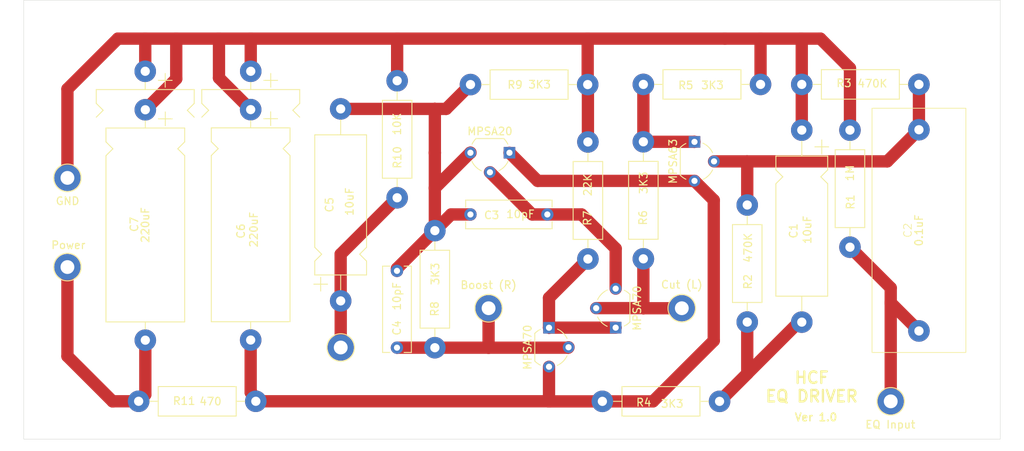
<source format=kicad_pcb>
(kicad_pcb (version 20241229) (generator "pcbnew") (generator_version "9.0")
  (layers (0 "F.Cu" signal) (2 "B.Cu" signal) (13 "F.Paste" user) (15 "B.Paste" user) (5 "F.SilkS" user "F.Silkscreen") (7 "B.SilkS" user "B.Silkscreen") (1 "F.Mask" user) (3 "B.Mask" user) (25 "Edge.Cuts" user))
  (net 0 "")
  (net 1 "Net-(C1-Pad2)")
  (net 2 "GND")
  (net 3 "Net-(C2-Pad1)")
  (net 4 "Net-(Q1-B)")
  (net 5 "Net-(Q2-C)")
  (net 6 "Net-(Q4-C)")
  (net 7 "Net-(Q3-B)")
  (net 8 "Net-(C5-Pad1)")
  (net 9 "Net-(Q1-C)")
  (net 10 "Net-(C7-Pad2)")
  (net 11 "Net-(Q1-E)")
  (net 12 "Net-(Q2-B)")
  (net 13 "Net-(Q2-E)")
  (footprint "HiroFootprints:Out_Hole_3.4_1.8" (layer "F.Cu") (at 83.43 100.12)
    (property "Reference" "TP5" (hide yes))
    (property "Value" "Power" (at 0.12 -2.86 0) (layer "F.SilkS"))
    (fp_circle (center 0 0) (end 1.8 0) (stroke (width 0.12)) (fill no) (layer "F.SilkS"))
    (pad "1" thru_hole circle (at 0 0) (size 3.4 3.4) (drill 1.8) (layers "*.Cu" "*.Mask") (net 10 "Net-(C7-Pad2)"))
  )
  (footprint "Capacitor_THT:CP_Axial_L30.0mm_D12.5mm_P35.00mm_Horizontal" (layer "F.Cu") (at 107.27 74.63 -90)
    (property "Reference" "REF**" (hide yes))
    (property "Value" "CP_Axial_L30.0mm_D12.5mm_P35.00mm_Horizontal" (hide yes))
    (fp_line (start 2.38 6.37) (end 4.18 6.37) (stroke (width 0.12)) (layer "F.SilkS"))
    (fp_line (start 4.18 6.37) (end 5.08 5.47) (stroke (width 0.12)) (layer "F.SilkS"))
    (fp_line (start 5.08 5.47) (end 5.98 6.37) (stroke (width 0.12)) (layer "F.SilkS"))
    (fp_line (start 1.44 0) (end 2.38 0) (stroke (width 0.12)) (layer "F.SilkS"))
    (fp_line (start 0.28 -2.6) (end 2.08 -2.6) (stroke (width 0.12)) (layer "F.SilkS"))
    (fp_line (start 1.18 -3.5) (end 1.18 -1.7) (stroke (width 0.12)) (layer "F.SilkS"))
    (fp_line (start 5.08 -5.47) (end 5.98 -6.37) (stroke (width 0.12)) (layer "F.SilkS"))
    (fp_line (start 2.38 -6.37) (end 2.38 6.37) (stroke (width 0.12)) (layer "F.SilkS"))
    (fp_line (start 2.38 -6.37) (end 4.18 -6.37) (stroke (width 0.12)) (layer "F.SilkS"))
    (fp_line (start 4.18 -6.37) (end 5.08 -5.47) (stroke (width 0.12)) (layer "F.SilkS"))
    (pad "1" thru_hole circle (at 0 0 270) (size 2.8 2.8) (drill 1.2) (layers "*.Cu" "*.Mask") (net 2 "GND"))
  )
  (footprint "HiroFootprints:Out_Hole_3.4_1.8" (layer "F.Cu") (at 190.5 117.605)
    (property "Reference" "TP1" (hide yes))
    (property "Value" "EQ Input" (at -0.05 3.025 0) (layer "F.SilkS"))
    (fp_circle (center 0 0) (end 1.8 0) (stroke (width 0.12)) (fill no) (layer "F.SilkS"))
    (pad "1" thru_hole circle (at 0 0) (size 3.4 3.4) (drill 1.8) (layers "*.Cu" "*.Mask") (net 3 "Net-(C2-Pad1)"))
  )
  (footprint "Package_TO_SOT_THT:TO-92_Wide" (layer "F.Cu") (at 146.06 108.02 -90)
    (property "Reference" "Q3" (hide yes))
    (property "Value" "MPSA70" (at 2.54 2.79 90) (layer "F.SilkS"))
    (fp_line (start 0.74 1.85) (end 4.34 1.85) (stroke (width 0.12)) (layer "F.SilkS"))
    (fp_arc (start 0.74 1.85) (mid 0.446097 1.509328) (end 0.215816 1.122795) (stroke (width 0.12)) (layer "F.SilkS"))
    (fp_arc (start 4.864184 1.122795) (mid 4.633903 1.509328) (end 4.34 1.85) (stroke (width 0.12)) (layer "F.SilkS"))
    (fp_arc (start 0.172801 -1.103842) (mid 0.678995 -1.832692) (end 1.4 -2.35) (stroke (width 0.12)) (layer "F.SilkS"))
    (fp_arc (start 3.65 -2.35) (mid 4.382279 -1.833196) (end 4.895458 -1.098371) (stroke (width 0.12)) (layer "F.SilkS"))
    (pad "1" thru_hole rect (at 0 0 270) (size 1.5 1.5) (drill 0.8) (layers "*.Cu" "*.Mask") (net 13 "Net-(Q2-E)"))
    (pad "2" thru_hole circle (at 2.54 -2.54 270) (size 1.5 1.5) (drill 0.8) (layers "*.Cu" "*.Mask") (net 7 "Net-(Q3-B)"))
    (pad "3" thru_hole circle (at 5.08 0 270) (size 1.5 1.5) (drill 0.8) (layers "*.Cu" "*.Mask") (net 9 "Net-(Q1-C)"))
  )
  (footprint "MountingHole:MountingHole_4mm" (layer "F.Cu") (at 200.5 118.27)
    (property "Reference" "REF**" (hide yes))
    (property "Value" "MountingHole_4mm")
    (pad "" np_thru_hole circle (at 0 0) (size 4 4) (drill 4) (layers "*.Cu" "*.Mask"))
  )
  (footprint "Capacitor_THT:CP_Axial_L18.0mm_D6.5mm_P25.00mm_Horizontal" (layer "F.Cu") (at 118.9643 104.5272 90)
    (property "Reference" "C5" (at 12.51 -1.4575 90) (layer "F.SilkS"))
    (property "Value" "10uF" (at 12.93 1.1625 90) (layer "F.SilkS"))
    (fp_line (start 2.18 -3.5) (end 2.18 -1.7) (stroke (width 0.12)) (layer "F.SilkS"))
    (fp_line (start 21.62 -3.37) (end 21.62 3.37) (stroke (width 0.12)) (layer "F.SilkS"))
    (fp_line (start 6.98 -3.37) (end 21.62 -3.37) (stroke (width 0.12)) (layer "F.SilkS"))
    (fp_line (start 5.18 -3.37) (end 6.08 -2.47) (stroke (width 0.12)) (layer "F.SilkS"))
    (fp_line (start 3.38 -3.37) (end 5.18 -3.37) (stroke (width 0.12)) (layer "F.SilkS"))
    (fp_line (start 3.38 -3.37) (end 3.38 3.37) (stroke (width 0.12)) (layer "F.SilkS"))
    (fp_line (start 1.28 -2.6) (end 3.08 -2.6) (stroke (width 0.12)) (layer "F.SilkS"))
    (fp_line (start 6.08 -2.47) (end 6.98 -3.37) (stroke (width 0.12)) (layer "F.SilkS"))
    (fp_line (start 23.56 0) (end 21.62 0) (stroke (width 0.12)) (layer "F.SilkS"))
    (fp_line (start 1.44 0) (end 3.38 0) (stroke (width 0.12)) (layer "F.SilkS"))
    (fp_line (start 6.08 2.47) (end 6.98 3.37) (stroke (width 0.12)) (layer "F.SilkS"))
    (fp_line (start 6.98 3.37) (end 21.62 3.37) (stroke (width 0.12)) (layer "F.SilkS"))
    (fp_line (start 5.18 3.37) (end 6.08 2.47) (stroke (width 0.12)) (layer "F.SilkS"))
    (fp_line (start 3.38 3.37) (end 5.18 3.37) (stroke (width 0.12)) (layer "F.SilkS"))
    (pad "1" thru_hole circle (at 0 0 90) (size 2.8 2.8) (drill 1.2) (layers "*.Cu" "*.Mask") (net 8 "Net-(C5-Pad1)"))
    (pad "2" thru_hole circle (at 25 0 90) (size 2.8 2.8) (drill 1.2) (layers "*.Cu" "*.Mask") (net 6 "Net-(Q4-C)"))
  )
  (footprint "Capacitor_THT:CP_Axial_L18.0mm_D6.5mm_P25.00mm_Horizontal" (layer "F.Cu") (at 178.9325 82.29 -90)
    (property "Reference" "C1" (at 13.12 1.0725 90) (layer "F.SilkS"))
    (property "Value" "10uF" (at 12.97 -0.7275 90) (layer "F.SilkS"))
    (fp_line (start 3.38 3.37) (end 5.18 3.37) (stroke (width 0.12)) (layer "F.SilkS"))
    (fp_line (start 5.18 3.37) (end 6.08 2.47) (stroke (width 0.12)) (layer "F.SilkS"))
    (fp_line (start 6.98 3.37) (end 21.62 3.37) (stroke (width 0.12)) (layer "F.SilkS"))
    (fp_line (start 6.08 2.47) (end 6.98 3.37) (stroke (width 0.12)) (layer "F.SilkS"))
    (fp_line (start 1.44 0) (end 3.38 0) (stroke (width 0.12)) (layer "F.SilkS"))
    (fp_line (start 23.56 0) (end 21.62 0) (stroke (width 0.12)) (layer "F.SilkS"))
    (fp_line (start 6.08 -2.47) (end 6.98 -3.37) (stroke (width 0.12)) (layer "F.SilkS"))
    (fp_line (start 1.28 -2.6) (end 3.08 -2.6) (stroke (width 0.12)) (layer "F.SilkS"))
    (fp_line (start 3.38 -3.37) (end 3.38 3.37) (stroke (width 0.12)) (layer "F.SilkS"))
    (fp_line (start 3.38 -3.37) (end 5.18 -3.37) (stroke (width 0.12)) (layer "F.SilkS"))
    (fp_line (start 5.18 -3.37) (end 6.08 -2.47) (stroke (width 0.12)) (layer "F.SilkS"))
    (fp_line (start 6.98 -3.37) (end 21.62 -3.37) (stroke (width 0.12)) (layer "F.SilkS"))
    (fp_line (start 21.62 -3.37) (end 21.62 3.37) (stroke (width 0.12)) (layer "F.SilkS"))
    (fp_line (start 2.18 -3.5) (end 2.18 -1.7) (stroke (width 0.12)) (layer "F.SilkS"))
    (pad "1" thru_hole circle (at 0 0 270) (size 2.8 2.8) (drill 1.2) (layers "*.Cu" "*.Mask") (net 2 "GND"))
    (pad "2" thru_hole circle (at 25 0 270) (size 2.8 2.8) (drill 1.2) (layers "*.Cu" "*.Mask") (net 1 "Net-(C1-Pad2)"))
  )
  (footprint "Resistor_THT:R_Axial_DIN0411_L9.9mm_D3.6mm_P15.24mm_Horizontal" (layer "F.Cu") (at 158.33 76.34)
    (property "Reference" "R5" (at 5.52 0.12 0) (layer "F.SilkS"))
    (property "Value" "3K3" (at 8.99 0.11 0) (layer "F.SilkS"))
    (fp_line (start 1.44 0) (end 2.55 0) (stroke (width 0.12)) (layer "F.SilkS"))
    (fp_line (start 2.55 -1.92) (end 2.55 1.92) (stroke (width 0.12)) (layer "F.SilkS"))
    (fp_line (start 2.55 1.92) (end 12.69 1.92) (stroke (width 0.12)) (layer "F.SilkS"))
    (fp_line (start 12.69 -1.92) (end 2.55 -1.92) (stroke (width 0.12)) (layer "F.SilkS"))
    (fp_line (start 12.69 1.92) (end 12.69 -1.92) (stroke (width 0.12)) (layer "F.SilkS"))
    (fp_line (start 13.8 0) (end 12.69 0) (stroke (width 0.12)) (layer "F.SilkS"))
    (pad "1" thru_hole circle (at 0 0) (size 2.8 2.8) (drill 1.2) (layers "*.Cu" "*.Mask") (net 11 "Net-(Q1-E)"))
    (pad "2" thru_hole circle (at 15.24 0) (size 2.8 2.8) (drill 1.2) (layers "*.Cu" "*.Mask") (net 2 "GND"))
  )
  (footprint "Capacitor_THT:C_Rect_L11.0mm_W3.5mm_P10.00mm_MKT" (layer "F.Cu") (at 126.2874 110.6162 90)
    (property "Reference" "C4" (at 2.5662 -0.0074 90) (layer "F.SilkS"))
    (property "Value" "10pF" (at 6.6962 -0.0074 90) (layer "F.SilkS"))
    (fp_line (start 10.62 -1.87) (end 10.62 -0.925) (stroke (width 0.12)) (layer "F.SilkS"))
    (fp_line (start -0.62 -1.87) (end 10.62 -1.87) (stroke (width 0.12)) (layer "F.SilkS"))
    (fp_line (start -0.62 -1.87) (end -0.62 -0.925) (stroke (width 0.12)) (layer "F.SilkS"))
    (fp_line (start 10.62 0.925) (end 10.62 1.87) (stroke (width 0.12)) (layer "F.SilkS"))
    (fp_line (start -0.62 0.925) (end -0.62 1.87) (stroke (width 0.12)) (layer "F.SilkS"))
    (fp_line (start -0.62 1.87) (end 10.62 1.87) (stroke (width 0.12)) (layer "F.SilkS"))
    (pad "1" thru_hole circle (at 0 0 90) (size 1.6 1.6) (drill 0.8) (layers "*.Cu" "*.Mask") (net 7 "Net-(Q3-B)"))
    (pad "2" thru_hole circle (at 10 0 90) (size 1.6 1.6) (drill 0.8) (layers "*.Cu" "*.Mask") (net 6 "Net-(Q4-C)"))
  )
  (footprint "MountingHole:MountingHole_4mm" (layer "F.Cu") (at 200.5 69.63)
    (property "Reference" "REF**" (hide yes))
    (property "Value" "MountingHole_4mm")
    (pad "" np_thru_hole circle (at 0 0) (size 4 4) (drill 4) (layers "*.Cu" "*.Mask"))
  )
  (footprint "HiroFootprints:Out_Hole_3.4_1.8" (layer "F.Cu") (at 83.43 88.51)
    (property "Reference" "TP6" (hide yes))
    (property "Value" "GND" (at 0.02 3.02 0) (layer "F.SilkS"))
    (fp_circle (center 0 0) (end 1.8 0) (stroke (width 0.12)) (fill no) (layer "F.SilkS"))
    (pad "1" thru_hole circle (at 0 0) (size 3.4 3.4) (drill 1.8) (layers "*.Cu" "*.Mask") (net 2 "GND"))
  )
  (footprint "MountingHole:MountingHole_4mm" (layer "F.Cu") (at 82 69.63)
    (property "Reference" "REF**" (hide yes))
    (property "Value" "MountingHole_4mm")
    (pad "" np_thru_hole circle (at 0 0) (size 4 4) (drill 4) (layers "*.Cu" "*.Mask"))
  )
  (footprint "Resistor_THT:R_Axial_DIN0411_L9.9mm_D3.6mm_P15.24mm_Horizontal" (layer "F.Cu") (at 135.85 76.36)
    (property "Reference" "R9" (at 5.79 0.03 0) (layer "F.SilkS"))
    (property "Value" "3K3" (at 8.99 0 0) (layer "F.SilkS"))
    (fp_line (start 1.44 0) (end 2.55 0) (stroke (width 0.12)) (layer "F.SilkS"))
    (fp_line (start 2.55 -1.92) (end 2.55 1.92) (stroke (width 0.12)) (layer "F.SilkS"))
    (fp_line (start 2.55 1.92) (end 12.69 1.92) (stroke (width 0.12)) (layer "F.SilkS"))
    (fp_line (start 12.69 -1.92) (end 2.55 -1.92) (stroke (width 0.12)) (layer "F.SilkS"))
    (fp_line (start 12.69 1.92) (end 12.69 -1.92) (stroke (width 0.12)) (layer "F.SilkS"))
    (fp_line (start 13.8 0) (end 12.69 0) (stroke (width 0.12)) (layer "F.SilkS"))
    (pad "1" thru_hole circle (at 0 0) (size 2.8 2.8) (drill 1.2) (layers "*.Cu" "*.Mask") (net 6 "Net-(Q4-C)"))
    (pad "2" thru_hole circle (at 15.24 0) (size 2.8 2.8) (drill 1.2) (layers "*.Cu" "*.Mask") (net 2 "GND"))
  )
  (footprint "Resistor_THT:R_Axial_DIN0411_L9.9mm_D3.6mm_P15.24mm_Horizontal" (layer "F.Cu") (at 194.17 76.34 180)
    (property "Reference" "R3" (at 9.75 0.16 0) (layer "F.SilkS"))
    (property "Value" "470K" (at 6.05 0.11 0) (layer "F.SilkS"))
    (fp_line (start 13.8 0) (end 12.69 0) (stroke (width 0.12)) (layer "F.SilkS"))
    (fp_line (start 12.69 1.92) (end 12.69 -1.92) (stroke (width 0.12)) (layer "F.SilkS"))
    (fp_line (start 12.69 -1.92) (end 2.55 -1.92) (stroke (width 0.12)) (layer "F.SilkS"))
    (fp_line (start 2.55 1.92) (end 12.69 1.92) (stroke (width 0.12)) (layer "F.SilkS"))
    (fp_line (start 2.55 -1.92) (end 2.55 1.92) (stroke (width 0.12)) (layer "F.SilkS"))
    (fp_line (start 1.44 0) (end 2.55 0) (stroke (width 0.12)) (layer "F.SilkS"))
    (pad "1" thru_hole circle (at 0 0 180) (size 2.8 2.8) (drill 1.2) (layers "*.Cu" "*.Mask") (net 4 "Net-(Q1-B)"))
    (pad "2" thru_hole circle (at 15.24 0 180) (size 2.8 2.8) (drill 1.2) (layers "*.Cu" "*.Mask") (net 2 "GND"))
  )
  (footprint "Resistor_THT:R_Axial_DIN0411_L9.9mm_D3.6mm_P15.24mm_Horizontal" (layer "F.Cu") (at 126.31 91.1 90)
    (property "Reference" "R10" (at 5.26 0.03 90) (layer "F.SilkS"))
    (property "Value" "10K" (at 9.6 -0.01 90) (layer "F.SilkS"))
    (fp_line (start 12.69 -1.92) (end 2.55 -1.92) (stroke (width 0.12)) (layer "F.SilkS"))
    (fp_line (start 2.55 -1.92) (end 2.55 1.92) (stroke (width 0.12)) (layer "F.SilkS"))
    (fp_line (start 13.8 0) (end 12.69 0) (stroke (width 0.12)) (layer "F.SilkS"))
    (fp_line (start 1.44 0) (end 2.55 0) (stroke (width 0.12)) (layer "F.SilkS"))
    (fp_line (start 12.69 1.92) (end 12.69 -1.92) (stroke (width 0.12)) (layer "F.SilkS"))
    (fp_line (start 2.55 1.92) (end 12.69 1.92) (stroke (width 0.12)) (layer "F.SilkS"))
    (pad "1" thru_hole circle (at 0 0 90) (size 2.8 2.8) (drill 1.2) (layers "*.Cu" "*.Mask") (net 8 "Net-(C5-Pad1)"))
    (pad "2" thru_hole circle (at 15.24 0 90) (size 2.8 2.8) (drill 1.2) (layers "*.Cu" "*.Mask") (net 2 "GND"))
  )
  (footprint "Resistor_THT:R_Axial_DIN0411_L9.9mm_D3.6mm_P15.24mm_Horizontal" (layer "F.Cu") (at 171.84 107.28 90)
    (property "Reference" "R2" (at 5.25 0.09 90) (layer "F.SilkS"))
    (property "Value" "470K" (at 9.66 0.11 90) (layer "F.SilkS"))
    (fp_line (start 12.69 -1.92) (end 2.55 -1.92) (stroke (width 0.12)) (layer "F.SilkS"))
    (fp_line (start 2.55 -1.92) (end 2.55 1.92) (stroke (width 0.12)) (layer "F.SilkS"))
    (fp_line (start 13.8 0) (end 12.69 0) (stroke (width 0.12)) (layer "F.SilkS"))
    (fp_line (start 1.44 0) (end 2.55 0) (stroke (width 0.12)) (layer "F.SilkS"))
    (fp_line (start 12.69 1.92) (end 12.69 -1.92) (stroke (width 0.12)) (layer "F.SilkS"))
    (fp_line (start 2.55 1.92) (end 12.69 1.92) (stroke (width 0.12)) (layer "F.SilkS"))
    (pad "1" thru_hole circle (at 0 0 90) (size 2.8 2.8) (drill 1.2) (layers "*.Cu" "*.Mask") (net 1 "Net-(C1-Pad2)"))
    (pad "2" thru_hole circle (at 15.24 0 90) (size 2.8 2.8) (drill 1.2) (layers "*.Cu" "*.Mask") (net 4 "Net-(Q1-B)"))
  )
  (footprint "HiroFootprints:715P10454LAD3" (layer "F.Cu") (at 194.17 108.44 90)
    (property "Reference" "C2" (at 13.1 -1.45 90) (layer "F.SilkS") (effects (font (thickness 0.1))))
    (property "Value" "0.1uF" (at 13.1 0 90) (layer "F.SilkS"))
    (fp_rect (start -2.8 -6.1) (end 29 6.1) (stroke (width 0.1)) (fill no) (layer "F.SilkS"))
    (pad "1" thru_hole circle (at 0 0 90) (size 2.8 2.8) (drill 1.2) (layers "*.Cu" "*.Mask") (net 3 "Net-(C2-Pad1)"))
    (pad "2" thru_hole circle (at 26.2 0 90) (size 2.8 2.8) (drill 1.2) (layers "*.Cu" "*.Mask") (net 4 "Net-(Q1-B)"))
  )
  (footprint "Package_TO_SOT_THT:TO-92_Wide" (layer "F.Cu") (at 140.9178 85.2374 180)
    (property "Reference" "Q4" (hide yes))
    (property "Value" "MPSA20" (at 2.54 2.79 180) (layer "F.SilkS"))
    (fp_line (start 0.74 1.85) (end 4.34 1.85) (stroke (width 0.12)) (layer "F.SilkS"))
    (fp_arc (start 4.864184 1.122795) (mid 4.633903 1.509328) (end 4.34 1.85) (stroke (width 0.12)) (layer "F.SilkS"))
    (fp_arc (start 3.65 -2.35) (mid 4.382279 -1.833196) (end 4.895458 -1.098371) (stroke (width 0.12)) (layer "F.SilkS"))
    (fp_arc (start 0.74 1.85) (mid 0.446097 1.509328) (end 0.215816 1.122795) (stroke (width 0.12)) (layer "F.SilkS"))
    (fp_arc (start 0.172801 -1.103842) (mid 0.678995 -1.832692) (end 1.4 -2.35) (stroke (width 0.12)) (layer "F.SilkS"))
    (pad "1" thru_hole rect (at 0 0 180) (size 1.5 1.5) (drill 0.8) (layers "*.Cu" "*.Mask") (net 9 "Net-(Q1-C)"))
    (pad "2" thru_hole circle (at 2.54 -2.54 180) (size 1.5 1.5) (drill 0.8) (layers "*.Cu" "*.Mask") (net 5 "Net-(Q2-C)"))
    (pad "3" thru_hole circle (at 5.08 0 180) (size 1.5 1.5) (drill 0.8) (layers "*.Cu" "*.Mask") (net 6 "Net-(Q4-C)"))
  )
  (footprint "Resistor_THT:R_Axial_DIN0411_L9.9mm_D3.6mm_P15.24mm_Horizontal" (layer "F.Cu") (at 151.12 99.07 90)
    (property "Reference" "R7" (at 5.32 -0.05 90) (layer "F.SilkS"))
    (property "Value" "22K" (at 9.65 -0.02 90) (layer "F.SilkS"))
    (fp_line (start 12.69 -1.92) (end 2.55 -1.92) (stroke (width 0.12)) (layer "F.SilkS"))
    (fp_line (start 2.55 -1.92) (end 2.55 1.92) (stroke (width 0.12)) (layer "F.SilkS"))
    (fp_line (start 13.8 0) (end 12.69 0) (stroke (width 0.12)) (layer "F.SilkS"))
    (fp_line (start 1.44 0) (end 2.55 0) (stroke (width 0.12)) (layer "F.SilkS"))
    (fp_line (start 12.69 1.92) (end 12.69 -1.92) (stroke (width 0.12)) (layer "F.SilkS"))
    (fp_line (start 2.55 1.92) (end 12.69 1.92) (stroke (width 0.12)) (layer "F.SilkS"))
    (pad "1" thru_hole circle (at 0 0 90) (size 2.8 2.8) (drill 1.2) (layers "*.Cu" "*.Mask") (net 13 "Net-(Q2-E)"))
    (pad "2" thru_hole circle (at 15.24 0 90) (size 2.8 2.8) (drill 1.2) (layers "*.Cu" "*.Mask") (net 2 "GND"))
  )
  (footprint "Package_TO_SOT_THT:TO-92_Wide" (layer "F.Cu") (at 164.98 83.82 -90)
    (property "Reference" "Q1" (hide yes))
    (property "Value" "MPSA63" (at 2.54 2.79 90) (layer "F.SilkS"))
    (fp_line (start 0.74 1.85) (end 4.34 1.85) (stroke (width 0.12)) (layer "F.SilkS"))
    (fp_arc (start 0.74 1.85) (mid 0.446097 1.509328) (end 0.215816 1.122795) (stroke (width 0.12)) (layer "F.SilkS"))
    (fp_arc (start 4.864184 1.122795) (mid 4.633903 1.509328) (end 4.34 1.85) (stroke (width 0.12)) (layer "F.SilkS"))
    (fp_arc (start 0.172801 -1.103842) (mid 0.678995 -1.832692) (end 1.4 -2.35) (stroke (width 0.12)) (layer "F.SilkS"))
    (fp_arc (start 3.65 -2.35) (mid 4.382279 -1.833196) (end 4.895458 -1.098371) (stroke (width 0.12)) (layer "F.SilkS"))
    (pad "1" thru_hole rect (at 0 0 270) (size 1.5 1.5) (drill 0.8) (layers "*.Cu" "*.Mask") (net 11 "Net-(Q1-E)"))
    (pad "2" thru_hole circle (at 2.54 -2.54 270) (size 1.5 1.5) (drill 0.8) (layers "*.Cu" "*.Mask") (net 4 "Net-(Q1-B)"))
    (pad "3" thru_hole circle (at 5.08 0 270) (size 1.5 1.5) (drill 0.8) (layers "*.Cu" "*.Mask") (net 9 "Net-(Q1-C)"))
  )
  (footprint "MountingHole:MountingHole_4mm" (layer "F.Cu") (at 82 118.27)
    (property "Reference" "REF**" (hide yes))
    (property "Value" "MountingHole_4mm")
    (pad "" np_thru_hole circle (at 0 0) (size 4 4) (drill 4) (layers "*.Cu" "*.Mask"))
  )
  (footprint "Resistor_THT:R_Axial_DIN0411_L9.9mm_D3.6mm_P15.24mm_Horizontal" (layer "F.Cu") (at 158.33 99.05 90)
    (property "Reference" "R6" (at 5.35 -0.04 90) (layer "F.SilkS"))
    (property "Value" "3K3" (at 9.9 0.03 90) (layer "F.SilkS"))
    (fp_line (start 12.69 -1.92) (end 2.55 -1.92) (stroke (width 0.12)) (layer "F.SilkS"))
    (fp_line (start 2.55 -1.92) (end 2.55 1.92) (stroke (width 0.12)) (layer "F.SilkS"))
    (fp_line (start 13.8 0) (end 12.69 0) (stroke (width 0.12)) (layer "F.SilkS"))
    (fp_line (start 1.44 0) (end 2.55 0) (stroke (width 0.12)) (layer "F.SilkS"))
    (fp_line (start 12.69 1.92) (end 12.69 -1.92) (stroke (width 0.12)) (layer "F.SilkS"))
    (fp_line (start 2.55 1.92) (end 12.69 1.92) (stroke (width 0.12)) (layer "F.SilkS"))
    (pad "1" thru_hole circle (at 0 0 90) (size 2.8 2.8) (drill 1.2) (layers "*.Cu" "*.Mask") (net 12 "Net-(Q2-B)"))
    (pad "2" thru_hole circle (at 15.24 0 90) (size 2.8 2.8) (drill 1.2) (layers "*.Cu" "*.Mask") (net 11 "Net-(Q1-E)"))
  )
  (footprint "HiroFootprints:Out_Hole_3.4_1.8" (layer "F.Cu") (at 163.33 105.48)
    (property "Reference" "TP2" (hide yes))
    (property "Value" "Cut (L)" (at 0 -3.07 0) (layer "F.SilkS"))
    (fp_circle (center 0 0) (end 1.8 0) (stroke (width 0.12)) (fill no) (layer "F.SilkS"))
    (pad "1" thru_hole circle (at 0 0) (size 3.4 3.4) (drill 1.8) (layers "*.Cu" "*.Mask") (net 12 "Net-(Q2-B)"))
  )
  (footprint "Package_TO_SOT_THT:TO-92_Wide" (layer "F.Cu") (at 154.73 108.01 90)
    (property "Reference" "Q2" (hide yes))
    (property "Value" "MPSA70" (at 2.54 2.79 90) (layer "F.SilkS"))
    (fp_line (start 0.74 1.85) (end 4.34 1.85) (stroke (width 0.12)) (layer "F.SilkS"))
    (fp_arc (start 3.65 -2.35) (mid 4.382279 -1.833196) (end 4.895458 -1.098371) (stroke (width 0.12)) (layer "F.SilkS"))
    (fp_arc (start 0.172801 -1.103842) (mid 0.678995 -1.832692) (end 1.4 -2.35) (stroke (width 0.12)) (layer "F.SilkS"))
    (fp_arc (start 4.864184 1.122795) (mid 4.633903 1.509328) (end 4.34 1.85) (stroke (width 0.12)) (layer "F.SilkS"))
    (fp_arc (start 0.74 1.85) (mid 0.446097 1.509328) (end 0.215816 1.122795) (stroke (width 0.12)) (layer "F.SilkS"))
    (pad "1" thru_hole rect (at 0 0 90) (size 1.5 1.5) (drill 0.8) (layers "*.Cu" "*.Mask") (net 13 "Net-(Q2-E)"))
    (pad "2" thru_hole circle (at 2.54 -2.54 90) (size 1.5 1.5) (drill 0.8) (layers "*.Cu" "*.Mask") (net 12 "Net-(Q2-B)"))
    (pad "3" thru_hole circle (at 5.08 0 90) (size 1.5 1.5) (drill 0.8) (layers "*.Cu" "*.Mask") (net 5 "Net-(Q2-C)"))
  )
  (footprint "HiroFootprints:Out_Hole_3.4_1.8" (layer "F.Cu") (at 118.9722 110.5946)
    (property "Reference" "TP4" (hide yes))
    (property "Value" "EQ Output" (hide yes))
    (fp_circle (center 0 0) (end 1.8 0) (stroke (width 0.12)) (fill no) (layer "F.SilkS"))
    (pad "1" thru_hole circle (at 0 0) (size 3.4 3.4) (drill 1.8) (layers "*.Cu" "*.Mask") (net 8 "Net-(C5-Pad1)"))
  )
  (footprint "Capacitor_THT:CP_Axial_L25.0mm_D10.0mm_P30.00mm_Horizontal" (layer "F.Cu") (at 93.56 79.64 -90)
    (property "Reference" "C7" (at 14.92 1.44 90) (layer "F.SilkS"))
    (property "Value" "220uF" (at 15 0 90) (layer "F.SilkS"))
    (fp_line (start 2.38 5.12) (end 4.18 5.12) (stroke (width 0.12)) (layer "F.SilkS"))
    (fp_line (start 4.18 5.12) (end 5.08 4.22) (stroke (width 0.12)) (layer "F.SilkS"))
    (fp_line (start 5.98 5.12) (end 27.62 5.12) (stroke (width 0.12)) (layer "F.SilkS"))
    (fp_line (start 5.08 4.22) (end 5.98 5.12) (stroke (width 0.12)) (layer "F.SilkS"))
    (fp_line (start 1.44 0) (end 2.38 0) (stroke (width 0.12)) (layer "F.SilkS"))
    (fp_line (start 28.56 0) (end 27.62 0) (stroke (width 0.12)) (layer "F.SilkS"))
    (fp_line (start 0.28 -2.6) (end 2.08 -2.6) (stroke (width 0.12)) (layer "F.SilkS"))
    (fp_line (start 1.18 -3.5) (end 1.18 -1.7) (stroke (width 0.12)) (layer "F.SilkS"))
    (fp_line (start 5.08 -4.22) (end 5.98 -5.12) (stroke (width 0.12)) (layer "F.SilkS"))
    (fp_line (start 2.38 -5.12) (end 2.38 5.12) (stroke (width 0.12)) (layer "F.SilkS"))
    (fp_line (start 2.38 -5.12) (end 4.18 -5.12) (stroke (width 0.12)) (layer "F.SilkS"))
    (fp_line (start 4.18 -5.12) (end 5.08 -4.22) (stroke (width 0.12)) (layer "F.SilkS"))
    (fp_line (start 5.98 -5.12) (end 27.62 -5.12) (stroke (width 0.12)) (layer "F.SilkS"))
    (fp_line (start 27.62 -5.12) (end 27.62 5.12) (stroke (width 0.12)) (layer "F.SilkS"))
    (pad "1" thru_hole circle (at 0 0 270) (size 2.8 2.8) (drill 1.2) (layers "*.Cu" "*.Mask") (net 2 "GND"))
    (pad "2" thru_hole circle (at 30 0 270) (size 2.8 2.8) (drill 1.2) (layers "*.Cu" "*.Mask") (net 10 "Net-(C7-Pad2)"))
  )
  (footprint "Resistor_THT:R_Axial_DIN0411_L9.9mm_D3.6mm_P15.24mm_Horizontal" (layer "F.Cu") (at 168.24 117.605 180)
    (property "Reference" "R4" (at 9.86 -0.15 0) (layer "F.SilkS"))
    (property "Value" "3K3" (at 6.15 -0.31 0) (layer "F.SilkS"))
    (fp_line (start 13.8 0) (end 12.69 0) (stroke (width 0.12)) (layer "F.SilkS"))
    (fp_line (start 12.69 1.92) (end 12.69 -1.92) (stroke (width 0.12)) (layer "F.SilkS"))
    (fp_line (start 12.69 -1.92) (end 2.55 -1.92) (stroke (width 0.12)) (layer "F.SilkS"))
    (fp_line (start 2.55 1.92) (end 12.69 1.92) (stroke (width 0.12)) (layer "F.SilkS"))
    (fp_line (start 2.55 -1.92) (end 2.55 1.92) (stroke (width 0.12)) (layer "F.SilkS"))
    (fp_line (start 1.44 0) (end 2.55 0) (stroke (width 0.12)) (layer "F.SilkS"))
    (pad "1" thru_hole circle (at 0 0 180) (size 2.8 2.8) (drill 1.2) (layers "*.Cu" "*.Mask") (net 1 "Net-(C1-Pad2)"))
    (pad "2" thru_hole circle (at 15.24 0 180) (size 2.8 2.8) (drill 1.2) (layers "*.Cu" "*.Mask") (net 9 "Net-(Q1-C)"))
  )
  (footprint "Resistor_THT:R_Axial_DIN0411_L9.9mm_D3.6mm_P15.24mm_Horizontal" (layer "F.Cu") (at 107.93 117.595 180)
    (property "Reference" "R11" (at 9.3218 0.04 0) (layer "F.SilkS"))
    (property "Value" "470" (at 5.8928 -0.0254 0) (layer "F.SilkS"))
    (fp_line (start 13.8 0) (end 12.69 0) (stroke (width 0.12)) (layer "F.SilkS"))
    (fp_line (start 12.69 1.92) (end 12.69 -1.92) (stroke (width 0.12)) (layer "F.SilkS"))
    (fp_line (start 12.69 -1.92) (end 2.55 -1.92) (stroke (width 0.12)) (layer "F.SilkS"))
    (fp_line (start 2.55 1.92) (end 12.69 1.92) (stroke (width 0.12)) (layer "F.SilkS"))
    (fp_line (start 2.55 -1.92) (end 2.55 1.92) (stroke (width 0.12)) (layer "F.SilkS"))
    (fp_line (start 1.44 0) (end 2.55 0) (stroke (width 0.12)) (layer "F.SilkS"))
    (pad "1" thru_hole circle (at 0 0 180) (size 2.8 2.8) (drill 1.2) (layers "*.Cu" "*.Mask") (net 9 "Net-(Q1-C)"))
    (pad "2" thru_hole circle (at 15.24 0 180) (size 2.8 2.8) (drill 1.2) (layers "*.Cu" "*.Mask") (net 10 "Net-(C7-Pad2)"))
  )
  (footprint "Capacitor_THT:CP_Axial_L25.0mm_D10.0mm_P30.00mm_Horizontal" (layer "F.Cu") (at 107.26 79.62 -90)
    (property "Reference" "C6" (at 15.82 1.27 90) (layer "F.SilkS"))
    (property "Value" "220uF" (at 15.62 -0.41 90) (layer "F.SilkS"))
    (fp_line (start 2.38 5.12) (end 4.18 5.12) (stroke (width 0.12)) (layer "F.SilkS"))
    (fp_line (start 4.18 5.12) (end 5.08 4.22) (stroke (width 0.12)) (layer "F.SilkS"))
    (fp_line (start 5.98 5.12) (end 27.62 5.12) (stroke (width 0.12)) (layer "F.SilkS"))
    (fp_line (start 5.08 4.22) (end 5.98 5.12) (stroke (width 0.12)) (layer "F.SilkS"))
    (fp_line (start 1.44 0) (end 2.38 0) (stroke (width 0.12)) (layer "F.SilkS"))
    (fp_line (start 28.56 0) (end 27.62 0) (stroke (width 0.12)) (layer "F.SilkS"))
    (fp_line (start 0.28 -2.6) (end 2.08 -2.6) (stroke (width 0.12)) (layer "F.SilkS"))
    (fp_line (start 1.18 -3.5) (end 1.18 -1.7) (stroke (width 0.12)) (layer "F.SilkS"))
    (fp_line (start 5.08 -4.22) (end 5.98 -5.12) (stroke (width 0.12)) (layer "F.SilkS"))
    (fp_line (start 2.38 -5.12) (end 2.38 5.12) (stroke (width 0.12)) (layer "F.SilkS"))
    (fp_line (start 2.38 -5.12) (end 4.18 -5.12) (stroke (width 0.12)) (layer "F.SilkS"))
    (fp_line (start 4.18 -5.12) (end 5.08 -4.22) (stroke (width 0.12)) (layer "F.SilkS"))
    (fp_line (start 5.98 -5.12) (end 27.62 -5.12) (stroke (width 0.12)) (layer "F.SilkS"))
    (fp_line (start 27.62 -5.12) (end 27.62 5.12) (stroke (width 0.12)) (layer "F.SilkS"))
    (pad "1" thru_hole circle (at 0 0 270) (size 2.8 2.8) (drill 1.2) (layers "*.Cu" "*.Mask") (net 2 "GND"))
    (pad "2" thru_hole circle (at 30 0 270) (size 2.8 2.8) (drill 1.2) (layers "*.Cu" "*.Mask") (net 9 "Net-(Q1-C)"))
  )
  (footprint "Resistor_THT:R_Axial_DIN0411_L9.9mm_D3.6mm_P15.24mm_Horizontal" (layer "F.Cu") (at 185.2 97.53 90)
    (property "Reference" "R1" (at 5.88 0.07 90) (layer "F.SilkS"))
    (property "Value" "1M" (at 9.65 0 90) (layer "F.SilkS"))
    (fp_line (start 12.69 -1.92) (end 2.55 -1.92) (stroke (width 0.12)) (layer "F.SilkS"))
    (fp_line (start 2.55 -1.92) (end 2.55 1.92) (stroke (width 0.12)) (layer "F.SilkS"))
    (fp_line (start 13.8 0) (end 12.69 0) (stroke (width 0.12)) (layer "F.SilkS"))
    (fp_line (start 1.44 0) (end 2.55 0) (stroke (width 0.12)) (layer "F.SilkS"))
    (fp_line (start 12.69 1.92) (end 12.69 -1.92) (stroke (width 0.12)) (layer "F.SilkS"))
    (fp_line (start 2.55 1.92) (end 12.69 1.92) (stroke (width 0.12)) (layer "F.SilkS"))
    (pad "1" thru_hole circle (at 0 0 90) (size 2.8 2.8) (drill 1.2) (layers "*.Cu" "*.Mask") (net 3 "Net-(C2-Pad1)"))
    (pad "2" thru_hole circle (at 15.24 0 90) (size 2.8 2.8) (drill 1.2) (layers "*.Cu" "*.Mask") (net 2 "GND"))
  )
  (footprint "Capacitor_THT:CP_Axial_L30.0mm_D12.5mm_P35.00mm_Horizontal" (layer "F.Cu") (at 93.55 74.63 -90)
    (property "Reference" "REF**" (hide yes))
    (property "Value" "CP_Axial_L30.0mm_D12.5mm_P35.00mm_Horizontal" (hide yes))
    (fp_line (start 2.38 6.37) (end 4.18 6.37) (stroke (width 0.12)) (layer "F.SilkS"))
    (fp_line (start 4.18 6.37) (end 5.08 5.47) (stroke (width 0.12)) (layer "F.SilkS"))
    (fp_line (start 5.08 5.47) (end 5.98 6.37) (stroke (width 0.12)) (layer "F.SilkS"))
    (fp_line (start 1.44 0) (end 2.38 0) (stroke (width 0.12)) (layer "F.SilkS"))
    (fp_line (start 0.28 -2.6) (end 2.08 -2.6) (stroke (width 0.12)) (layer "F.SilkS"))
    (fp_line (start 1.18 -3.5) (end 1.18 -1.7) (stroke (width 0.12)) (layer "F.SilkS"))
    (fp_line (start 5.08 -5.47) (end 5.98 -6.37) (stroke (width 0.12)) (layer "F.SilkS"))
    (fp_line (start 2.38 -6.37) (end 2.38 6.37) (stroke (width 0.12)) (layer "F.SilkS"))
    (fp_line (start 2.38 -6.37) (end 4.18 -6.37) (stroke (width 0.12)) (layer "F.SilkS"))
    (fp_line (start 4.18 -6.37) (end 5.08 -5.47) (stroke (width 0.12)) (layer "F.SilkS"))
    (pad "1" thru_hole circle (at 0 0 270) (size 2.8 2.8) (drill 1.2) (layers "*.Cu" "*.Mask") (net 2 "GND"))
  )
  (footprint "Resistor_THT:R_Axial_DIN0411_L9.9mm_D3.6mm_P15.24mm_Horizontal" (layer "F.Cu") (at 131.215 110.62 90)
    (property "Reference" "R8" (at 5.05 -0.02 90) (layer "F.SilkS"))
    (property "Value" "3K3" (at 9.61 0.06 90) (layer "F.SilkS"))
    (fp_line (start 12.69 -1.92) (end 2.55 -1.92) (stroke (width 0.12)) (layer "F.SilkS"))
    (fp_line (start 2.55 -1.92) (end 2.55 1.92) (stroke (width 0.12)) (layer "F.SilkS"))
    (fp_line (start 13.8 0) (end 12.69 0) (stroke (width 0.12)) (layer "F.SilkS"))
    (fp_line (start 1.44 0) (end 2.55 0) (stroke (width 0.12)) (layer "F.SilkS"))
    (fp_line (start 12.69 1.92) (end 12.69 -1.92) (stroke (width 0.12)) (layer "F.SilkS"))
    (fp_line (start 2.55 1.92) (end 12.69 1.92) (stroke (width 0.12)) (layer "F.SilkS"))
    (pad "1" thru_hole circle (at 0 0 90) (size 2.8 2.8) (drill 1.2) (layers "*.Cu" "*.Mask") (net 7 "Net-(Q3-B)"))
    (pad "2" thru_hole circle (at 15.24 0 90) (size 2.8 2.8) (drill 1.2) (layers "*.Cu" "*.Mask") (net 6 "Net-(Q4-C)"))
  )
  (footprint "Capacitor_THT:C_Rect_L11.0mm_W3.5mm_P10.00mm_MKT" (layer "F.Cu") (at 145.8416 93.2718 180)
    (property "Reference" "C3" (at 7.2416 -0.0982 180) (layer "F.SilkS"))
    (property "Value" "10pF" (at 3.4916 0.0318 180) (layer "F.SilkS"))
    (fp_line (start 10.62 0.925) (end 10.62 1.87) (stroke (width 0.12)) (layer "F.SilkS"))
    (fp_line (start 10.62 -1.87) (end 10.62 -0.925) (stroke (width 0.12)) (layer "F.SilkS"))
    (fp_line (start -0.62 1.87) (end 10.62 1.87) (stroke (width 0.12)) (layer "F.SilkS"))
    (fp_line (start -0.62 0.925) (end -0.62 1.87) (stroke (width 0.12)) (layer "F.SilkS"))
    (fp_line (start -0.62 -1.87) (end 10.62 -1.87) (stroke (width 0.12)) (layer "F.SilkS"))
    (fp_line (start -0.62 -1.87) (end -0.62 -0.925) (stroke (width 0.12)) (layer "F.SilkS"))
    (pad "1" thru_hole circle (at 0 0 180) (size 1.6 1.6) (drill 0.8) (layers "*.Cu" "*.Mask") (net 5 "Net-(Q2-C)"))
    (pad "2" thru_hole circle (at 10 0 180) (size 1.6 1.6) (drill 0.8) (layers "*.Cu" "*.Mask") (net 6 "Net-(Q4-C)"))
  )
  (footprint "HiroFootprints:Out_Hole_3.4_1.8" (layer "F.Cu") (at 138.2 105.48)
    (property "Reference" "TP3" (hide yes))
    (property "Value" "Boost (R)" (at 0 -3.02 0) (layer "F.SilkS"))
    (fp_circle (center 0 0) (end 1.8 0) (stroke (width 0.12)) (fill no) (layer "F.SilkS"))
    (pad "1" thru_hole circle (at 0 0) (size 3.4 3.4) (drill 1.8) (layers "*.Cu" "*.Mask") (net 7 "Net-(Q3-B)"))
  )
  (gr_rect (start 77.75 65.375) (end 204.75 122.525) (stroke (width 0.05)) (fill no) (layer "Edge.Cuts"))
  (gr_text "Ver 1.0" (at 177.91 120.26 0) (layer "F.SilkS") (effects (font (size 1 1) (thickness 0.2) (bold yes)) (justify left bottom)))
  (gr_text "HCF\nEQ DRIVER" (at 180.22 117.82 0) (layer "F.SilkS") (effects (font (size 1.5 1.5) (thickness 0.3) (bold yes)) (justify bottom)))
  (segment (start 168.24 117.605) (end 178.555 107.29) (width 1.6) (layer "F.Cu") (net 1))
  (segment (start 171.84 107.28) (end 171.84 113.965) (width 1.6) (layer "F.Cu") (net 1))
  (segment (start 171.84 113.965) (end 171.86 113.985) (width 1.6) (layer "F.Cu") (net 1))
  (segment (start 178.555 107.29) (end 178.9325 107.29) (width 1.6) (layer "F.Cu") (net 1))
  (segment (start 171.86 113.985) (end 168.24 117.605) (width 1.6) (layer "F.Cu") (net 1))
  (segment (start 93.56 79.64) (end 97.58 75.62) (width 1.6) (layer "F.Cu") (net 2))
  (segment (start 151.12 83.83) (end 151.12 76.39) (width 1.6) (layer "F.Cu") (net 2))
  (segment (start 178.93 76.34) (end 178.93 70.49) (width 1.6) (layer "F.Cu") (net 2))
  (segment (start 151.09 70.39) (end 151.08 70.38) (width 1.6) (layer "F.Cu") (net 2))
  (segment (start 89.99 70.38) (end 93.55 70.38) (width 1.6) (layer "F.Cu") (net 2))
  (segment (start 83.43 88.51) (end 83.43 76.94) (width 1.6) (layer "F.Cu") (net 2))
  (segment (start 185.2 74.23) (end 185.2 82.29) (width 1.6) (layer "F.Cu") (net 2))
  (segment (start 151.12 76.39) (end 151.09 76.36) (width 1.6) (layer "F.Cu") (net 2))
  (segment (start 181.35 70.38) (end 185.2 74.23) (width 1.6) (layer "F.Cu") (net 2))
  (segment (start 173.55 70.38) (end 178.82 70.38) (width 1.6) (layer "F.Cu") (net 2))
  (segment (start 107.26 79.62) (end 103.14 75.5) (width 1.6) (layer "F.Cu") (net 2))
  (segment (start 178.9325 82.29) (end 178.9325 76.3425) (width 1.6) (layer "F.Cu") (net 2))
  (segment (start 93.55 70.38) (end 97.58 70.38) (width 1.6) (layer "F.Cu") (net 2))
  (segment (start 178.82 70.38) (end 181.35 70.38) (width 1.6) (layer "F.Cu") (net 2))
  (segment (start 97.58 75.62) (end 97.58 70.38) (width 1.6) (layer "F.Cu") (net 2))
  (segment (start 97.58 70.38) (end 103.12 70.38) (width 1.6) (layer "F.Cu") (net 2))
  (segment (start 173.57 76.34) (end 173.57 70.4) (width 1.6) (layer "F.Cu") (net 2))
  (segment (start 126.31 70.44) (end 126.37 70.38) (width 1.6) (layer "F.Cu") (net 2))
  (segment (start 126.37 70.38) (end 151.08 70.38) (width 1.6) (layer "F.Cu") (net 2))
  (segment (start 93.55 74.63) (end 93.55 70.38) (width 1.6) (layer "F.Cu") (net 2))
  (segment (start 173.57 70.4) (end 173.55 70.38) (width 1.6) (layer "F.Cu") (net 2))
  (segment (start 83.43 76.94) (end 89.99 70.38) (width 1.6) (layer "F.Cu") (net 2))
  (segment (start 103.12 70.38) (end 107.26 70.38) (width 1.6) (layer "F.Cu") (net 2))
  (segment (start 103.14 70.4) (end 103.12 70.38) (width 1.6) (layer "F.Cu") (net 2))
  (segment (start 151.09 76.36) (end 151.09 70.39) (width 1.6) (layer "F.Cu") (net 2))
  (segment (start 178.93 70.49) (end 178.82 70.38) (width 1.6) (layer "F.Cu") (net 2))
  (segment (start 126.31 75.86) (end 126.31 70.44) (width 1.6) (layer "F.Cu") (net 2))
  (segment (start 178.9325 76.3425) (end 178.93 76.34) (width 1.6) (layer "F.Cu") (net 2))
  (segment (start 151.08 70.38) (end 168.94 70.38) (width 1.6) (layer "F.Cu") (net 2))
  (segment (start 107.27 70.39) (end 107.26 70.38) (width 1.6) (layer "F.Cu") (net 2))
  (segment (start 168.94 70.38) (end 173.55 70.38) (width 1.6) (layer "F.Cu") (net 2))
  (segment (start 103.14 75.5) (end 103.14 70.4) (width 1.6) (layer "F.Cu") (net 2))
  (segment (start 107.26 70.38) (end 126.37 70.38) (width 1.6) (layer "F.Cu") (net 2))
  (segment (start 107.27 74.63) (end 107.27 70.39) (width 1.6) (layer "F.Cu") (net 2))
  (segment (start 194.17 108.44) (end 190.5 104.77) (width 1.6) (layer "F.Cu") (net 3))
  (segment (start 190.5 102.83) (end 185.2 97.53) (width 1.6) (layer "F.Cu") (net 3))
  (segment (start 190.5 104.77) (end 190.5 102.83) (width 1.6) (layer "F.Cu") (net 3))
  (segment (start 190.5 117.605) (end 190.5 104.77) (width 1.6) (layer "F.Cu") (net 3))
  (segment (start 171.81 86.36) (end 167.52 86.36) (width 1.6) (layer "F.Cu") (net 4))
  (segment (start 171.84 92.04) (end 171.84 86.39) (width 1.6) (layer "F.Cu") (net 4))
  (segment (start 171.84 86.39) (end 171.81 86.36) (width 1.6) (layer "F.Cu") (net 4))
  (segment (start 190.05 86.36) (end 171.81 86.36) (width 1.6) (layer "F.Cu") (net 4))
  (segment (start 190.05 86.36) (end 194.17 82.24) (width 1.6) (layer "F.Cu") (net 4))
  (segment (start 194.17 82.24) (end 194.17 76.34) (width 1.6) (layer "F.Cu") (net 4))
  (segment (start 145.8416 93.2718) (end 150.2904 93.2718) (width 1.6) (layer "F.Cu") (net 5))
  (segment (start 154.73 97.7114) (end 154.73 102.93) (width 1.6) (layer "F.Cu") (net 5))
  (segment (start 143.8722 93.2718) (end 138.3778 87.7774) (width 1.6) (layer "F.Cu") (net 5))
  (segment (start 145.8416 93.2718) (end 143.8722 93.2718) (width 1.6) (layer "F.Cu") (net 5))
  (segment (start 150.2904 93.2718) (end 154.73 97.7114) (width 1.6) (layer "F.Cu") (net 5))
  (segment (start 131.215 95.38) (end 131.215 89.84) (width 1.6) (layer "F.Cu") (net 6))
  (segment (start 135.8176 85.2374) (end 131.215 89.84) (width 1.6) (layer "F.Cu") (net 6))
  (segment (start 135.8378 93.268) (end 135.8416 93.2718) (width 1.6) (layer "F.Cu") (net 6))
  (segment (start 131.215 89.84) (end 131.215 85.25) (width 1.6) (layer "F.Cu") (net 6))
  (segment (start 135.85 85.2252) (end 135.8378 85.2374) (width 1.6) (layer "F.Cu") (net 6))
  (segment (start 135.85 76.36) (end 132.6828 79.5272) (width 1.6) (layer "F.Cu") (net 6))
  (segment (start 131.2276 85.2374) (end 131.215 85.25) (width 1.6) (layer "F.Cu") (net 6))
  (segment (start 132.6828 79.5272) (end 131.21 79.5272) (width 1.6) (layer "F.Cu") (net 6))
  (segment (start 133.3232 93.2718) (end 131.215 95.38) (width 1.6) (layer "F.Cu") (net 6))
  (segment (start 126.2874 100.3076) (end 126.2874 100.6162) (width 1.6) (layer "F.Cu") (net 6))
  (segment (start 131.215 95.38) (end 126.2874 100.3076) (width 1.6) (layer "F.Cu") (net 6))
  (segment (start 135.8378 85.2374) (end 135.8176 85.2374) (width 1.6) (layer "F.Cu") (net 6))
  (segment (start 131.21 79.5272) (end 118.9643 79.5272) (width 1.6) (layer "F.Cu") (net 6))
  (segment (start 131.215 79.5322) (end 131.21 79.5272) (width 1.6) (layer "F.Cu") (net 6))
  (segment (start 135.8416 93.2718) (end 133.3232 93.2718) (width 1.6) (layer "F.Cu") (net 6))
  (segment (start 131.215 85.25) (end 131.215 79.5322) (width 1.6) (layer "F.Cu") (net 6))
  (segment (start 138.2 110.62) (end 148.54 110.62) (width 1.6) (layer "F.Cu") (net 7))
  (segment (start 131.2112 110.6162) (end 131.215 110.62) (width 1.6) (layer "F.Cu") (net 7))
  (segment (start 138.2 105.48) (end 138.2 110.62) (width 1.6) (layer "F.Cu") (net 7))
  (segment (start 148.54 110.62) (end 148.6 110.56) (width 1.6) (layer "F.Cu") (net 7))
  (segment (start 126.2874 110.6162) (end 131.2112 110.6162) (width 1.6) (layer "F.Cu") (net 7))
  (segment (start 131.215 110.62) (end 138.2 110.62) (width 1.6) (layer "F.Cu") (net 7))
  (segment (start 118.9643 98.4457) (end 118.9643 104.5272) (width 1.6) (layer "F.Cu") (net 8))
  (segment (start 118.9643 110.5867) (end 118.9722 110.5946) (width 1.6) (layer "F.Cu") (net 8))
  (segment (start 118.9722 110.5946) (end 118.9722 104.5351) (width 1.6) (layer "F.Cu") (net 8))
  (segment (start 126.31 91.1) (end 118.9643 98.4457) (width 1.6) (layer "F.Cu") (net 8))
  (segment (start 118.9722 104.5351) (end 118.9643 104.5272) (width 1.6) (layer "F.Cu") (net 8))
  (segment (start 167.4862 109.7056) (end 167.4862 91.4062) (width 1.6) (layer "F.Cu") (net 9))
  (segment (start 153 117.605) (end 159.5868 117.605) (width 1.6) (layer "F.Cu") (net 9))
  (segment (start 146.074 117.605) (end 153 117.605) (width 1.6) (layer "F.Cu") (net 9))
  (segment (start 107.93 117.595) (end 146.064 117.595) (width 1.6) (layer "F.Cu") (net 9))
  (segment (start 159.5868 117.605) (end 167.4862 109.7056) (width 1.6) (layer "F.Cu") (net 9))
  (segment (start 146.064 117.595) (end 146.074 117.605) (width 1.6) (layer "F.Cu") (net 9))
  (segment (start 146.06 117.591) (end 146.074 117.605) (width 1.6) (layer "F.Cu") (net 9))
  (segment (start 140.9178 85.2374) (end 144.5804 88.9) (width 1.6) (layer "F.Cu") (net 9))
  (segment (start 107.93 117.11) (end 107.26 116.44) (width 1.6) (layer "F.Cu") (net 9))
  (segment (start 144.5804 88.9) (end 164.98 88.9) (width 1.6) (layer "F.Cu") (net 9))
  (segment (start 146.06 113.1) (end 146.06 117.591) (width 1.6) (layer "F.Cu") (net 9))
  (segment (start 107.93 117.595) (end 107.93 117.11) (width 1.6) (layer "F.Cu") (net 9))
  (segment (start 167.4862 91.4062) (end 164.98 88.9) (width 1.6) (layer "F.Cu") (net 9))
  (segment (start 107.26 116.44) (end 107.26 109.62) (width 1.6) (layer "F.Cu") (net 9))
  (segment (start 93.56 116.725) (end 92.69 117.595) (width 1.6) (layer "F.Cu") (net 10))
  (segment (start 83.43 100.12) (end 83.43 111.73) (width 1.6) (layer "F.Cu") (net 10))
  (segment (start 93.56 109.64) (end 93.56 116.725) (width 1.6) (layer "F.Cu") (net 10))
  (segment (start 89.305 117.605) (end 89.315 117.595) (width 1.6) (layer "F.Cu") (net 10))
  (segment (start 89.315 117.595) (end 92.69 117.595) (width 1.6) (layer "F.Cu") (net 10))
  (segment (start 83.43 111.73) (end 89.305 117.605) (width 1.6) (layer "F.Cu") (net 10))
  (segment (start 158.33 83.81) (end 164.97 83.81) (width 1.6) (layer "F.Cu") (net 11))
  (segment (start 158.33 83.81) (end 158.33 76.34) (width 1.6) (layer "F.Cu") (net 11))
  (segment (start 164.97 83.81) (end 164.98 83.82) (width 1.6) (layer "F.Cu") (net 11))
  (segment (start 158.33 99.05) (end 158.33 105.47) (width 1.6) (layer "F.Cu") (net 12))
  (segment (start 158.34 105.48) (end 158.33 105.47) (width 1.6) (layer "F.Cu") (net 12))
  (segment (start 163.33 105.48) (end 158.34 105.48) (width 1.6) (layer "F.Cu") (net 12))
  (segment (start 152.19 105.47) (end 158.33 105.47) (width 1.6) (layer "F.Cu") (net 12))
  (segment (start 154.73 108.01) (end 146.07 108.01) (width 1.6) (layer "F.Cu") (net 13))
  (segment (start 146.07 108.01) (end 146.06 108.02) (width 1.6) (layer "F.Cu") (net 13))
  (segment (start 146.06 104.13) (end 146.06 108.02) (width 1.6) (layer "F.Cu") (net 13))
  (segment (start 151.12 99.07) (end 146.06 104.13) (width 1.6) (layer "F.Cu") (net 13))
)
</source>
